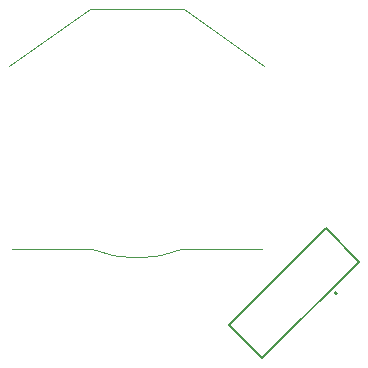
<source format=gbr>
%TF.GenerationSoftware,KiCad,Pcbnew,8.0.2-1*%
%TF.CreationDate,2024-09-20T10:56:36-06:00*%
%TF.ProjectId,FIT-Basic,4649542d-4261-4736-9963-2e6b69636164,rev?*%
%TF.SameCoordinates,Original*%
%TF.FileFunction,Legend,Bot*%
%TF.FilePolarity,Positive*%
%FSLAX46Y46*%
G04 Gerber Fmt 4.6, Leading zero omitted, Abs format (unit mm)*
G04 Created by KiCad (PCBNEW 8.0.2-1) date 2024-09-20 10:56:36*
%MOMM*%
%LPD*%
G01*
G04 APERTURE LIST*
%ADD10C,0.120000*%
%ADD11C,0.127000*%
%ADD12C,0.200000*%
G04 APERTURE END LIST*
D10*
%TO.C,REF\u002A\u002A*%
X206350000Y-71076244D02*
X199650000Y-71076244D01*
X214050000Y-71076244D02*
X220750000Y-71076244D01*
X220950000Y-55526244D02*
X214150000Y-50726244D01*
X206250000Y-50726244D02*
X199400000Y-55526244D01*
X214150000Y-50726244D02*
X206250000Y-50726244D01*
X214050000Y-71076244D02*
G75*
G02*
X206353615Y-71077708I-3850000J9500000D01*
G01*
D11*
X226172795Y-69298781D02*
X229001222Y-72127206D01*
X217970356Y-77501220D02*
X226172795Y-69298781D01*
X229001222Y-72127206D02*
X220798783Y-80329645D01*
X220798783Y-80329645D02*
X217970356Y-77501220D01*
D12*
X227121322Y-74814213D02*
G75*
G02*
X226921324Y-74814213I-99999J0D01*
G01*
X226921324Y-74814213D02*
G75*
G02*
X227121322Y-74814213I99999J0D01*
G01*
%TD*%
M02*

</source>
